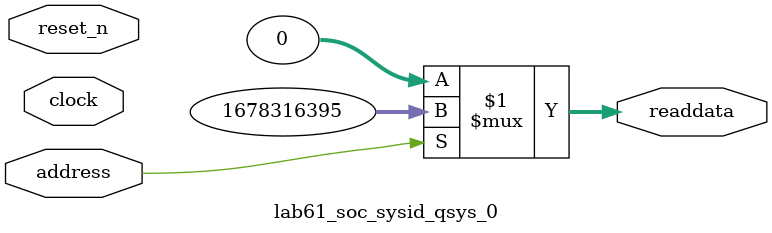
<source format=v>



// synthesis translate_off
`timescale 1ns / 1ps
// synthesis translate_on

// turn off superfluous verilog processor warnings 
// altera message_level Level1 
// altera message_off 10034 10035 10036 10037 10230 10240 10030 

module lab61_soc_sysid_qsys_0 (
               // inputs:
                address,
                clock,
                reset_n,

               // outputs:
                readdata
             )
;

  output  [ 31: 0] readdata;
  input            address;
  input            clock;
  input            reset_n;

  wire    [ 31: 0] readdata;
  //control_slave, which is an e_avalon_slave
  assign readdata = address ? 1678316395 : 0;

endmodule



</source>
